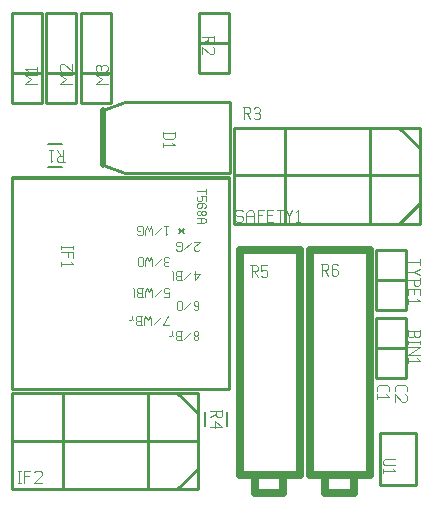
<source format=gbr>
G04 start of page 8 for group -4079 idx -4079 *
G04 Title: (unknown), topsilk *
G04 Creator: pcb 20140316 *
G04 CreationDate: Tue 15 Mar 2016 09:58:54 PM GMT UTC *
G04 For: commonadmin *
G04 Format: Gerber/RS-274X *
G04 PCB-Dimensions (mil): 1410.00 1650.00 *
G04 PCB-Coordinate-Origin: lower left *
%MOIN*%
%FSLAX25Y25*%
%LNTOPSILK*%
%ADD86C,0.0040*%
%ADD85C,0.0250*%
%ADD84C,0.0200*%
%ADD83C,0.0080*%
%ADD82C,0.0030*%
%ADD81C,0.0060*%
%ADD80C,0.0100*%
G54D80*X1465Y108670D02*X44969D01*
X73906D02*Y94891D01*
G54D81*X58749Y91702D02*X57174Y90127D01*
Y91702D02*X58749Y90127D01*
G54D80*X44930Y108670D02*X73906D01*
X1465D02*Y38198D01*
X44969D01*
X73906Y53119D02*Y38198D01*
X44930D02*X73906D01*
G54D82*X64064Y76374D02*X62564Y74499D01*
X62189Y76374D02*X64064D01*
X62564Y77499D02*Y74499D01*
X61289Y77124D02*X59039Y74874D01*
X56639Y77499D02*X58139D01*
X56639D02*X56264Y77124D01*
Y76224D01*
X56639Y75849D02*X56264Y76224D01*
X56639Y75849D02*X57764D01*
Y77499D02*Y74499D01*
X56639D02*X58139D01*
X56639D02*X56264Y74874D01*
Y75474D02*Y74874D01*
X56639Y75849D02*X56264Y75474D01*
X55364Y77124D02*Y74499D01*
Y77124D02*X54989Y77499D01*
X53828Y79598D02*X53453Y79223D01*
X52703D02*X53453D01*
X52703D02*X52328Y79598D01*
X52703Y82223D02*X52328Y81848D01*
X52703Y82223D02*X53453D01*
X53828Y81848D02*X53453Y82223D01*
X52703Y80573D02*X53453D01*
X52328Y80198D02*Y79598D01*
Y81848D02*Y80948D01*
X52703Y80573D01*
X52328Y80198D02*X52703Y80573D01*
X51428Y81848D02*X49178Y79598D01*
X48278Y80723D02*Y79223D01*
Y80723D02*X47903Y82223D01*
X47153Y80723D01*
X46403Y82223D01*
X46028Y80723D01*
Y79223D01*
X45128Y81848D02*Y79598D01*
X44753Y79223D01*
X44003D02*X44753D01*
X44003D02*X43628Y79598D01*
Y81848D02*Y79598D01*
X44003Y82223D02*X43628Y81848D01*
X44003Y82223D02*X44753D01*
X45128Y81848D02*X44753Y82223D01*
X64064Y84716D02*X63689Y84341D01*
X62564D02*X63689D01*
X62564D02*X62189Y84716D01*
Y85466D02*Y84716D01*
X64064Y87341D02*X62189Y85466D01*
Y87341D02*X64064D01*
X61289Y86966D02*X59039Y84716D01*
X56639Y84341D02*X56264Y84716D01*
X56639Y84341D02*X57764D01*
X58139Y84716D02*X57764Y84341D01*
X58139Y86966D02*Y84716D01*
Y86966D02*X57764Y87341D01*
X56639D02*X57764D01*
X56639D02*X56264Y86966D01*
Y86216D01*
X56639Y85841D02*X56264Y86216D01*
X56639Y85841D02*X57389D01*
X53434Y90059D02*X52834Y89459D01*
Y92459D02*Y89459D01*
X52309Y92459D02*X53434D01*
X51409Y92084D02*X49159Y89834D01*
X48259Y90959D02*Y89459D01*
Y90959D02*X47884Y92459D01*
X47134Y90959D01*
X46384Y92459D01*
X46009Y90959D01*
Y89459D01*
X43609D02*X43234Y89834D01*
X43609Y89459D02*X44734D01*
X45109Y89834D02*X44734Y89459D01*
X45109Y92084D02*Y89834D01*
Y92084D02*X44734Y92459D01*
X43609D02*X44734D01*
X43609D02*X43234Y92084D01*
Y91334D01*
X43609Y90959D02*X43234Y91334D01*
X43609Y90959D02*X44359D01*
X53453Y62538D02*X51953Y59538D01*
X53828D01*
X51053Y62163D02*X48803Y59913D01*
X47903Y61038D02*Y59538D01*
Y61038D02*X47528Y62538D01*
X46778Y61038D01*
X46028Y62538D01*
X45653Y61038D01*
Y59538D01*
X43253Y62538D02*X44753D01*
X43253D02*X42878Y62163D01*
Y61263D01*
X43253Y60888D02*X42878Y61263D01*
X43253Y60888D02*X44378D01*
Y62538D02*Y59538D01*
X43253D02*X44753D01*
X43253D02*X42878Y59913D01*
Y60513D02*Y59913D01*
X43253Y60888D02*X42878Y60513D01*
X41603Y62538D02*Y61413D01*
X41228Y61038D01*
X40478D02*X41228D01*
X41978D02*X41603Y61413D01*
X63670Y57045D02*X63295Y57420D01*
X63670Y57045D02*Y56445D01*
X63145Y55920D01*
X62695D02*X63145D01*
X62695D02*X62170Y56445D01*
Y57045D02*Y56445D01*
X62545Y57420D02*X62170Y57045D01*
X62545Y57420D02*X63295D01*
X63670Y55395D02*X63145Y55920D01*
X63670Y55395D02*Y54795D01*
X63295Y54420D01*
X62545D02*X63295D01*
X62545D02*X62170Y54795D01*
Y55395D02*Y54795D01*
X62695Y55920D02*X62170Y55395D01*
X61270Y57045D02*X59020Y54795D01*
X56620Y57420D02*X58120D01*
X56620D02*X56245Y57045D01*
Y56145D01*
X56620Y55770D02*X56245Y56145D01*
X56620Y55770D02*X57745D01*
Y57420D02*Y54420D01*
X56620D02*X58120D01*
X56620D02*X56245Y54795D01*
Y55395D02*Y54795D01*
X56620Y55770D02*X56245Y55395D01*
X54970Y57420D02*Y56295D01*
X54595Y55920D01*
X53845D02*X54595D01*
X55345D02*X54970Y56295D01*
X52328Y68987D02*X53828D01*
Y70487D02*Y68987D01*
Y70487D02*X53453Y70112D01*
X52703D02*X53453D01*
X52703D02*X52328Y70487D01*
Y71612D02*Y70487D01*
X52703Y71987D02*X52328Y71612D01*
X52703Y71987D02*X53453D01*
X53828Y71612D02*X53453Y71987D01*
X51428Y71612D02*X49178Y69362D01*
X48278Y70487D02*Y68987D01*
Y70487D02*X47903Y71987D01*
X47153Y70487D01*
X46403Y71987D01*
X46028Y70487D01*
Y68987D01*
X43628Y71987D02*X45128D01*
X43628D02*X43253Y71612D01*
Y70712D01*
X43628Y70337D02*X43253Y70712D01*
X43628Y70337D02*X44753D01*
Y71987D02*Y68987D01*
X43628D02*X45128D01*
X43628D02*X43253Y69362D01*
Y69962D02*Y69362D01*
X43628Y70337D02*X43253Y69962D01*
X42353Y71612D02*Y68987D01*
Y71612D02*X41978Y71987D01*
X62545Y64656D02*X62170Y65031D01*
X62545Y64656D02*X63295D01*
X63670Y65031D02*X63295Y64656D01*
X63670Y67281D02*Y65031D01*
Y67281D02*X63295Y67656D01*
X62545Y66006D02*X62170Y66381D01*
X62545Y66006D02*X63670D01*
X62545Y67656D02*X63295D01*
X62545D02*X62170Y67281D01*
Y66381D01*
X61270Y67281D02*X59020Y65031D01*
X58120Y67281D02*Y65031D01*
X57745Y64656D01*
X56995D02*X57745D01*
X56995D02*X56620Y65031D01*
Y67281D02*Y65031D01*
X56995Y67656D02*X56620Y67281D01*
X56995Y67656D02*X57745D01*
X58120Y67281D02*X57745Y67656D01*
X66070Y104851D02*Y103351D01*
X63070Y104101D02*X66070D01*
Y102451D02*Y100951D01*
X64570Y102451D02*X66070D01*
X64570D02*X64945Y102076D01*
Y101326D01*
X64570Y100951D01*
X63445D02*X64570D01*
X63070Y101326D02*X63445Y100951D01*
X63070Y102076D02*Y101326D01*
X63445Y102451D02*X63070Y102076D01*
X66070Y98926D02*X65695Y98551D01*
X66070Y99676D02*Y98926D01*
X65695Y100051D02*X66070Y99676D01*
X63445Y100051D02*X65695D01*
X63445D02*X63070Y99676D01*
X64720Y98926D02*X64345Y98551D01*
X64720Y100051D02*Y98926D01*
X63070Y99676D02*Y98926D01*
X63445Y98551D01*
X64345D01*
X63445Y97651D02*X63070Y97276D01*
X63445Y97651D02*X64045D01*
X64570Y97126D01*
Y96676D01*
X64045Y96151D01*
X63445D02*X64045D01*
X63070Y96526D02*X63445Y96151D01*
X63070Y97276D02*Y96526D01*
X65095Y97651D02*X64570Y97126D01*
X65095Y97651D02*X65695D01*
X66070Y97276D01*
Y96526D01*
X65695Y96151D01*
X65095D02*X65695D01*
X64570Y96676D02*X65095Y96151D01*
X63070Y95251D02*X65320D01*
X66070Y94726D01*
Y93901D01*
X65320Y93376D01*
X63070D02*X65320D01*
X64570Y95251D02*Y93376D01*
G54D80*X123000Y84500D02*Y64500D01*
X133000D01*
Y84500D01*
X123000D01*
Y74500D02*X133000D01*
Y84500D01*
X75571Y125248D02*Y93358D01*
X137382D01*
Y125248D01*
X75571D01*
X130689D02*X137382Y118555D01*
X130689Y93358D02*X137382Y100051D01*
X92500Y125248D02*Y93358D01*
X120846Y125248D02*Y93358D01*
X75571Y109500D02*X137382D01*
X11500Y163500D02*Y133500D01*
X1500Y163500D02*X11500D01*
X1500D02*Y133500D01*
X11500D01*
X1500Y143500D02*X11500D01*
X1500D02*Y133500D01*
X64000Y163500D02*Y143500D01*
X74000D01*
Y163500D01*
X64000D01*
Y153500D02*X74000D01*
Y163500D01*
X1571Y36748D02*Y4858D01*
X63382D01*
Y36748D01*
X1571D01*
X56689D02*X63382Y30055D01*
X56689Y4858D02*X63382Y11551D01*
X18500Y36748D02*Y4858D01*
X46846Y36748D02*Y4858D01*
X1571Y21000D02*X63382D01*
G54D83*X73240Y30457D02*Y25733D01*
X65760Y30457D02*Y25733D01*
G54D80*X124360Y23500D02*Y6100D01*
Y23500D02*X136160D01*
Y6100D01*
X124360D02*X136160D01*
X34500Y163500D02*Y133500D01*
X24500Y163500D02*X34500D01*
X24500D02*Y133500D01*
X34500D01*
X24500Y143500D02*X34500D01*
X24500D02*Y133500D01*
X23000Y163500D02*Y133500D01*
X13000Y163500D02*X23000D01*
X13000D02*Y133500D01*
X23000D01*
X13000Y143500D02*X23000D01*
X13000D02*Y133500D01*
G54D83*X13543Y112260D02*X18267D01*
X13543Y119740D02*X18267D01*
G54D84*X31900Y131200D02*Y112800D01*
G54D80*X39100Y110200D01*
X74300D01*
Y133800D01*
X39100D01*
X31900Y131200D01*
X73945Y96000D02*Y51000D01*
Y108756D02*Y94976D01*
X44969Y38283D02*X73945D01*
Y53205D02*Y38283D01*
X1504D02*X45008D01*
X44969Y108756D02*X73945D01*
X1504D02*X45008D01*
X1504D02*Y38283D01*
X123000Y62000D02*Y42000D01*
X133000D01*
Y62000D01*
X123000D01*
Y52000D02*X133000D01*
Y62000D01*
G54D85*X92000Y3500D02*Y9500D01*
X82500Y3500D02*X92000D01*
X82500Y9500D02*Y3500D01*
X77500Y9500D02*Y84500D01*
X97500Y9500D02*X77500D01*
X97500Y84500D02*Y9500D01*
X77500Y84500D02*X97500D01*
X115500Y3500D02*Y9500D01*
X106000Y3500D02*X115500D01*
X106000Y9500D02*Y3500D01*
X101000Y9500D02*Y84500D01*
X121000Y9500D02*X101000D01*
X121000Y84500D02*Y9500D01*
X101000Y84500D02*X121000D01*
G54D86*X137500Y81500D02*Y79500D01*
X133500Y80500D02*X137500D01*
Y78300D02*X135500Y77300D01*
X137500Y76300D01*
X133500Y77300D02*X135500D01*
X133500Y74600D02*X137500D01*
Y75100D02*Y73100D01*
X137000Y72600D01*
X136000D02*X137000D01*
X135500Y73100D02*X136000Y72600D01*
X135500Y74600D02*Y73100D01*
X135700Y71400D02*Y69900D01*
X133500Y71400D02*Y69400D01*
Y71400D02*X137500D01*
Y69400D01*
X136700Y68200D02*X137500Y67400D01*
X133500D02*X137500D01*
X133500Y68200D02*Y66700D01*
Y58000D02*Y56000D01*
X134000Y55500D01*
X135200D01*
X135700Y56000D02*X135200Y55500D01*
X135700Y57500D02*Y56000D01*
X133500Y57500D02*X137500D01*
Y58000D02*Y56000D01*
X137000Y55500D01*
X136200D02*X137000D01*
X135700Y56000D02*X136200Y55500D01*
X137500Y54300D02*Y53300D01*
X133500Y53800D02*X137500D01*
X133500Y54300D02*Y53300D01*
Y52100D02*X137500D01*
X133500Y49600D01*
X137500D01*
X136700Y48400D02*X137500Y47600D01*
X133500D02*X137500D01*
X133500Y48400D02*Y46900D01*
X123150Y38891D02*Y37591D01*
X123850Y39591D02*X123150Y38891D01*
X123850Y39591D02*X126450D01*
X127150Y38891D01*
Y37591D01*
X126350Y36391D02*X127150Y35591D01*
X123150D02*X127150D01*
X123150Y36391D02*Y34891D01*
X125760Y14800D02*X129260D01*
X125760D02*X125260Y14300D01*
Y13300D01*
X125760Y12800D01*
X129260D01*
X128460Y11600D02*X129260Y10800D01*
X125260D02*X129260D01*
X125260Y11600D02*Y10100D01*
X129150Y38891D02*Y37591D01*
X129850Y39591D02*X129150Y38891D01*
X129850Y39591D02*X132450D01*
X133150Y38891D01*
Y37591D01*
X132650Y36391D02*X133150Y35891D01*
Y34391D01*
X132650Y33891D01*
X131650D02*X132650D01*
X129150Y36391D02*X131650Y33891D01*
X129150Y36391D02*Y33891D01*
X29500Y140000D02*X33500D01*
X29500D02*X31500Y141500D01*
X29500Y143000D01*
X33500D01*
X30000Y144200D02*X29500Y144700D01*
Y145700D02*Y144700D01*
Y145700D02*X30000Y146200D01*
X33500Y145700D02*X33000Y146200D01*
X33500Y145700D02*Y144700D01*
X33000Y144200D02*X33500Y144700D01*
X31300Y145700D02*Y144700D01*
X30000Y146200D02*X30800D01*
X31800D02*X33000D01*
X31800D02*X31300Y145700D01*
X30800Y146200D02*X31300Y145700D01*
X69000Y156000D02*Y154000D01*
X68500Y153500D01*
X67500D02*X68500D01*
X67000Y154000D02*X67500Y153500D01*
X67000Y155500D02*Y154000D01*
X65000Y155500D02*X69000D01*
X67000Y154700D02*X65000Y153500D01*
X68500Y152300D02*X69000Y151800D01*
Y150300D01*
X68500Y149800D01*
X67500D02*X68500D01*
X65000Y152300D02*X67500Y149800D01*
X65000Y152300D02*Y149800D01*
X78424Y132150D02*X80424D01*
X80924Y131650D01*
Y130650D01*
X80424Y130150D02*X80924Y130650D01*
X78924Y130150D02*X80424D01*
X78924Y132150D02*Y128150D01*
X79724Y130150D02*X80924Y128150D01*
X82124Y131650D02*X82624Y132150D01*
X83624D01*
X84124Y131650D01*
X83624Y128150D02*X84124Y128650D01*
X82624Y128150D02*X83624D01*
X82124Y128650D02*X82624Y128150D01*
Y130350D02*X83624D01*
X84124Y131650D02*Y130850D01*
Y129850D02*Y128650D01*
Y129850D02*X83624Y130350D01*
X84124Y130850D02*X83624Y130350D01*
X51800Y123500D02*X55800D01*
Y122200D02*X55100Y121500D01*
X52500D02*X55100D01*
X51800Y122200D02*X52500Y121500D01*
X51800Y124000D02*Y122200D01*
X55800Y124000D02*Y122200D01*
X55000Y120300D02*X55800Y119500D01*
X51800D02*X55800D01*
X51800Y120300D02*Y118800D01*
X78000Y98000D02*X78500Y97500D01*
X76500Y98000D02*X78000D01*
X76000Y97500D02*X76500Y98000D01*
X76000Y97500D02*Y96500D01*
X76500Y96000D01*
X78000D01*
X78500Y95500D01*
Y94500D01*
X78000Y94000D02*X78500Y94500D01*
X76500Y94000D02*X78000D01*
X76000Y94500D02*X76500Y94000D01*
X79700Y97000D02*Y94000D01*
Y97000D02*X80400Y98000D01*
X81500D01*
X82200Y97000D01*
Y94000D01*
X79700Y96000D02*X82200D01*
X83400Y98000D02*Y94000D01*
Y98000D02*X85400D01*
X83400Y96200D02*X84900D01*
X86600D02*X88100D01*
X86600Y94000D02*X88600D01*
X86600Y98000D02*Y94000D01*
Y98000D02*X88600D01*
X89800D02*X91800D01*
X90800D02*Y94000D01*
X93000Y98000D02*X94000Y96000D01*
X95000Y98000D01*
X94000Y96000D02*Y94000D01*
X96200Y97200D02*X97000Y98000D01*
Y94000D01*
X96200D02*X97700D01*
X81000Y79500D02*X83000D01*
X83500Y79000D01*
Y78000D01*
X83000Y77500D02*X83500Y78000D01*
X81500Y77500D02*X83000D01*
X81500Y79500D02*Y75500D01*
X82300Y77500D02*X83500Y75500D01*
X84700Y79500D02*X86700D01*
X84700D02*Y77500D01*
X85200Y78000D01*
X86200D01*
X86700Y77500D01*
Y76000D01*
X86200Y75500D02*X86700Y76000D01*
X85200Y75500D02*X86200D01*
X84700Y76000D02*X85200Y75500D01*
X104500Y80000D02*X106500D01*
X107000Y79500D01*
Y78500D01*
X106500Y78000D02*X107000Y78500D01*
X105000Y78000D02*X106500D01*
X105000Y80000D02*Y76000D01*
X105800Y78000D02*X107000Y76000D01*
X109700Y80000D02*X110200Y79500D01*
X108700Y80000D02*X109700D01*
X108200Y79500D02*X108700Y80000D01*
X108200Y79500D02*Y76500D01*
X108700Y76000D01*
X109700Y78200D02*X110200Y77700D01*
X108200Y78200D02*X109700D01*
X108700Y76000D02*X109700D01*
X110200Y76500D01*
Y77700D02*Y76500D01*
X3500Y11000D02*X4500D01*
X4000D02*Y7000D01*
X3500D02*X4500D01*
X5700Y11000D02*Y7000D01*
Y11000D02*X7700D01*
X5700Y9200D02*X7200D01*
X8900Y10500D02*X9400Y11000D01*
X10900D01*
X11400Y10500D01*
Y9500D01*
X8900Y7000D02*X11400Y9500D01*
X8900Y7000D02*X11400D01*
X17055Y113850D02*X19055D01*
X17055D02*X16555Y114350D01*
Y115350D02*Y114350D01*
X17055Y115850D02*X16555Y115350D01*
X17055Y115850D02*X18555D01*
Y117850D02*Y113850D01*
X17755Y115850D02*X16555Y117850D01*
X15355Y114650D02*X14555Y113850D01*
Y117850D02*Y113850D01*
X13855Y117850D02*X15355D01*
X71650Y31245D02*Y29245D01*
X71150Y28745D01*
X70150D02*X71150D01*
X69650Y29245D02*X70150Y28745D01*
X69650Y30745D02*Y29245D01*
X67650Y30745D02*X71650D01*
X69650Y29945D02*X67650Y28745D01*
X69150Y27545D02*X71650Y25545D01*
X69150Y27545D02*Y25045D01*
X67650Y25545D02*X71650D01*
X22000Y86000D02*Y85000D01*
X18000Y85500D02*X22000D01*
X18000Y86000D02*Y85000D01*
Y83800D02*X22000D01*
Y81800D01*
X20200Y83800D02*Y82300D01*
X21200Y80600D02*X22000Y79800D01*
X18000D02*X22000D01*
X18000Y80600D02*Y79100D01*
X17500Y140000D02*X21500D01*
X17500D02*X19500Y141500D01*
X17500Y143000D01*
X21500D01*
X18000Y144200D02*X17500Y144700D01*
Y146200D02*Y144700D01*
Y146200D02*X18000Y146700D01*
X19000D01*
X21500Y144200D02*X19000Y146700D01*
X21500D02*Y144200D01*
X6000Y140000D02*X10000D01*
X6000D02*X8000Y141500D01*
X6000Y143000D01*
X10000D01*
X6800Y144200D02*X6000Y145000D01*
X10000D01*
Y145700D02*Y144200D01*
M02*

</source>
